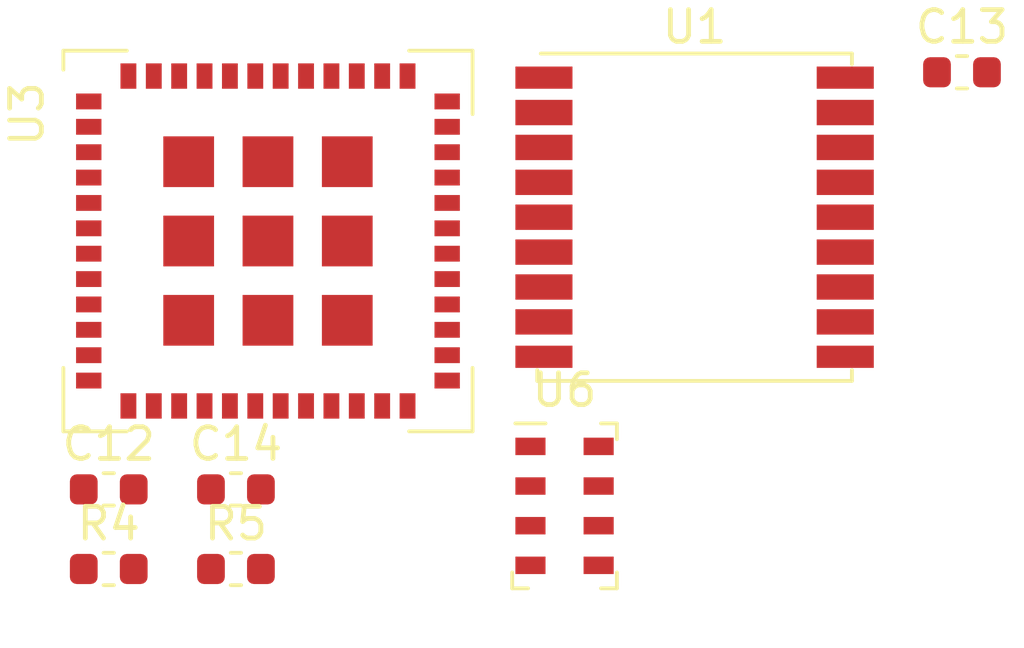
<source format=kicad_pcb>
(kicad_pcb (version 20171130) (host pcbnew "(5.1.2)-1")

  (general
    (thickness 1.6)
    (drawings 0)
    (tracks 0)
    (zones 0)
    (modules 8)
    (nets 53)
  )

  (page A3)
  (title_block
    (title "PCB for Lora Pico Tracker")
    (date 2019-10-21)
    (company "Imperial College Space Society")
    (comment 1 "Richard Ibbotson, Medad Newman")
  )

  (layers
    (0 F.Cu signal)
    (31 B.Cu signal)
    (32 B.Adhes user)
    (33 F.Adhes user)
    (34 B.Paste user)
    (35 F.Paste user)
    (36 B.SilkS user)
    (37 F.SilkS user)
    (38 B.Mask user)
    (39 F.Mask user)
    (40 Dwgs.User user)
    (41 Cmts.User user)
    (42 Eco1.User user)
    (43 Eco2.User user)
    (44 Edge.Cuts user)
    (45 Margin user)
    (46 B.CrtYd user)
    (47 F.CrtYd user)
    (48 B.Fab user)
    (49 F.Fab user)
  )

  (setup
    (last_trace_width 0.25)
    (user_trace_width 0.2)
    (user_trace_width 0.25)
    (user_trace_width 0.2933)
    (user_trace_width 0.4)
    (user_trace_width 2)
    (user_trace_width 2.54)
    (user_trace_width 5)
    (trace_clearance 0.2)
    (zone_clearance 0.508)
    (zone_45_only yes)
    (trace_min 0.2)
    (via_size 0.8)
    (via_drill 0.4)
    (via_min_size 0.4)
    (via_min_drill 0.3)
    (uvia_size 0.3)
    (uvia_drill 0.1)
    (uvias_allowed no)
    (uvia_min_size 0.2)
    (uvia_min_drill 0.1)
    (edge_width 0.05)
    (segment_width 0.2)
    (pcb_text_width 0.3)
    (pcb_text_size 1.5 1.5)
    (mod_edge_width 0.12)
    (mod_text_size 1 1)
    (mod_text_width 0.15)
    (pad_size 0.55 0.35)
    (pad_drill 0)
    (pad_to_mask_clearance 0.051)
    (solder_mask_min_width 0.25)
    (aux_axis_origin 0 0)
    (visible_elements 7FFFFFFF)
    (pcbplotparams
      (layerselection 0x3ffff_ffffffff)
      (usegerberextensions false)
      (usegerberattributes false)
      (usegerberadvancedattributes false)
      (creategerberjobfile false)
      (excludeedgelayer true)
      (linewidth 0.100000)
      (plotframeref false)
      (viasonmask false)
      (mode 1)
      (useauxorigin false)
      (hpglpennumber 1)
      (hpglpenspeed 20)
      (hpglpendiameter 15.000000)
      (psnegative false)
      (psa4output false)
      (plotreference true)
      (plotvalue true)
      (plotinvisibletext false)
      (padsonsilk false)
      (subtractmaskfromsilk false)
      (outputformat 1)
      (mirror false)
      (drillshape 0)
      (scaleselection 1)
      (outputdirectory "D:/Long term storage and temp/dead weight program downloads/Flight computer V1.1 gerbers/"))
  )

  (net 0 "")
  (net 1 GND)
  (net 2 +3V3)
  (net 3 "Net-(C9-Pad1)")
  (net 4 "Net-(U3-Pad20)")
  (net 5 "Net-(U3-Pad19)")
  (net 6 "Net-(U3-Pad16)")
  (net 7 "Net-(U1-Pad13)")
  (net 8 /I2C1_SDA)
  (net 9 /I2C1_SCL)
  (net 10 "Net-(U1-Pad2)")
  (net 11 "Net-(U1-Pad3)")
  (net 12 "Net-(U1-Pad4)")
  (net 13 "Net-(U1-Pad5)")
  (net 14 "Net-(U1-Pad9)")
  (net 15 "Net-(AE2-Pad1)")
  (net 16 "Net-(U1-Pad14)")
  (net 17 "Net-(U1-Pad15)")
  (net 18 "Net-(U1-Pad18)")
  (net 19 "Net-(U3-Pad38)")
  (net 20 "Net-(U3-Pad24)")
  (net 21 "Net-(U3-Pad23)")
  (net 22 "Net-(U3-Pad22)")
  (net 23 "Net-(U3-Pad21)")
  (net 24 "Net-(U3-Pad18)")
  (net 25 "Net-(U3-Pad17)")
  (net 26 "Net-(U3-Pad15)")
  (net 27 "Net-(U3-Pad14)")
  (net 28 "Net-(U3-Pad13)")
  (net 29 "Net-(U3-Pad12)")
  (net 30 /SWDIO)
  (net 31 "Net-(U3-Pad40)")
  (net 32 "Net-(U3-Pad39)")
  (net 33 "Net-(U3-Pad37)")
  (net 34 /RESET)
  (net 35 "Net-(U3-Pad33)")
  (net 36 "Net-(U3-Pad32)")
  (net 37 "Net-(U3-Pad31)")
  (net 38 "Net-(U3-Pad30)")
  (net 39 "Net-(U3-Pad29)")
  (net 40 "Net-(U3-Pad28)")
  (net 41 "Net-(U3-Pad11)")
  (net 42 "Net-(U3-Pad10)")
  (net 43 "Net-(U3-Pad9)")
  (net 44 "Net-(U3-Pad8)")
  (net 45 "Net-(U3-Pad2)")
  (net 46 /VDD_TCXO)
  (net 47 /SWCLK)
  (net 48 "Net-(R3-Pad1)")
  (net 49 "Net-(U3-Pad45)")
  (net 50 "Net-(U3-Pad46)")
  (net 51 "Net-(U3-Pad47)")
  (net 52 "Net-(U6-Pad6)")

  (net_class Default "This is the default net class."
    (clearance 0.2)
    (trace_width 0.25)
    (via_dia 0.8)
    (via_drill 0.4)
    (uvia_dia 0.3)
    (uvia_drill 0.1)
    (add_net +3V3)
    (add_net /I2C1_SCL)
    (add_net /I2C1_SDA)
    (add_net /RESET)
    (add_net /SWCLK)
    (add_net /SWDIO)
    (add_net /VDD_TCXO)
    (add_net GND)
    (add_net "Net-(AE2-Pad1)")
    (add_net "Net-(C9-Pad1)")
    (add_net "Net-(R3-Pad1)")
    (add_net "Net-(U1-Pad13)")
    (add_net "Net-(U1-Pad14)")
    (add_net "Net-(U1-Pad15)")
    (add_net "Net-(U1-Pad18)")
    (add_net "Net-(U1-Pad2)")
    (add_net "Net-(U1-Pad3)")
    (add_net "Net-(U1-Pad4)")
    (add_net "Net-(U1-Pad5)")
    (add_net "Net-(U1-Pad9)")
    (add_net "Net-(U3-Pad10)")
    (add_net "Net-(U3-Pad11)")
    (add_net "Net-(U3-Pad12)")
    (add_net "Net-(U3-Pad13)")
    (add_net "Net-(U3-Pad14)")
    (add_net "Net-(U3-Pad15)")
    (add_net "Net-(U3-Pad16)")
    (add_net "Net-(U3-Pad17)")
    (add_net "Net-(U3-Pad18)")
    (add_net "Net-(U3-Pad19)")
    (add_net "Net-(U3-Pad2)")
    (add_net "Net-(U3-Pad20)")
    (add_net "Net-(U3-Pad21)")
    (add_net "Net-(U3-Pad22)")
    (add_net "Net-(U3-Pad23)")
    (add_net "Net-(U3-Pad24)")
    (add_net "Net-(U3-Pad28)")
    (add_net "Net-(U3-Pad29)")
    (add_net "Net-(U3-Pad30)")
    (add_net "Net-(U3-Pad31)")
    (add_net "Net-(U3-Pad32)")
    (add_net "Net-(U3-Pad33)")
    (add_net "Net-(U3-Pad37)")
    (add_net "Net-(U3-Pad38)")
    (add_net "Net-(U3-Pad39)")
    (add_net "Net-(U3-Pad40)")
    (add_net "Net-(U3-Pad45)")
    (add_net "Net-(U3-Pad46)")
    (add_net "Net-(U3-Pad47)")
    (add_net "Net-(U3-Pad8)")
    (add_net "Net-(U3-Pad9)")
    (add_net "Net-(U6-Pad6)")
  )

  (net_class FETs ""
    (clearance 0.2)
    (trace_width 2)
    (via_dia 0.8)
    (via_drill 0.4)
    (uvia_dia 0.3)
    (uvia_drill 0.1)
  )

  (net_class Power ""
    (clearance 0.2)
    (trace_width 2)
    (via_dia 0.8)
    (via_drill 0.4)
    (uvia_dia 0.3)
    (uvia_drill 0.1)
  )

  (net_class sense ""
    (clearance 0.2)
    (trace_width 0.25)
    (via_dia 0.8)
    (via_drill 0.4)
    (uvia_dia 0.3)
    (uvia_drill 0.1)
  )

  (module Capacitor_SMD:C_0603_1608Metric (layer F.Cu) (tedit 5B301BBE) (tstamp 5DAD1ED6)
    (at 162.541001 135.825001)
    (descr "Capacitor SMD 0603 (1608 Metric), square (rectangular) end terminal, IPC_7351 nominal, (Body size source: http://www.tortai-tech.com/upload/download/2011102023233369053.pdf), generated with kicad-footprint-generator")
    (tags capacitor)
    (path /5DC841CA)
    (attr smd)
    (fp_text reference C12 (at 0 -1.43) (layer F.SilkS)
      (effects (font (size 1 1) (thickness 0.15)))
    )
    (fp_text value 100nF (at 0 1.43) (layer F.Fab)
      (effects (font (size 1 1) (thickness 0.15)))
    )
    (fp_text user %R (at 0 0) (layer F.Fab)
      (effects (font (size 0.4 0.4) (thickness 0.06)))
    )
    (fp_line (start 1.48 0.73) (end -1.48 0.73) (layer F.CrtYd) (width 0.05))
    (fp_line (start 1.48 -0.73) (end 1.48 0.73) (layer F.CrtYd) (width 0.05))
    (fp_line (start -1.48 -0.73) (end 1.48 -0.73) (layer F.CrtYd) (width 0.05))
    (fp_line (start -1.48 0.73) (end -1.48 -0.73) (layer F.CrtYd) (width 0.05))
    (fp_line (start -0.162779 0.51) (end 0.162779 0.51) (layer F.SilkS) (width 0.12))
    (fp_line (start -0.162779 -0.51) (end 0.162779 -0.51) (layer F.SilkS) (width 0.12))
    (fp_line (start 0.8 0.4) (end -0.8 0.4) (layer F.Fab) (width 0.1))
    (fp_line (start 0.8 -0.4) (end 0.8 0.4) (layer F.Fab) (width 0.1))
    (fp_line (start -0.8 -0.4) (end 0.8 -0.4) (layer F.Fab) (width 0.1))
    (fp_line (start -0.8 0.4) (end -0.8 -0.4) (layer F.Fab) (width 0.1))
    (pad 2 smd roundrect (at 0.7875 0) (size 0.875 0.95) (layers F.Cu F.Paste F.Mask) (roundrect_rratio 0.25)
      (net 1 GND))
    (pad 1 smd roundrect (at -0.7875 0) (size 0.875 0.95) (layers F.Cu F.Paste F.Mask) (roundrect_rratio 0.25)
      (net 2 +3V3))
    (model ${KISYS3DMOD}/Capacitor_SMD.3dshapes/C_0603_1608Metric.wrl
      (at (xyz 0 0 0))
      (scale (xyz 1 1 1))
      (rotate (xyz 0 0 0))
    )
  )

  (module Capacitor_SMD:C_0603_1608Metric (layer F.Cu) (tedit 5B301BBE) (tstamp 5DAD1EE7)
    (at 189.441001 122.675001)
    (descr "Capacitor SMD 0603 (1608 Metric), square (rectangular) end terminal, IPC_7351 nominal, (Body size source: http://www.tortai-tech.com/upload/download/2011102023233369053.pdf), generated with kicad-footprint-generator")
    (tags capacitor)
    (path /5DC841D3)
    (attr smd)
    (fp_text reference C13 (at 0 -1.43) (layer F.SilkS)
      (effects (font (size 1 1) (thickness 0.15)))
    )
    (fp_text value 10uF (at 0 1.43) (layer F.Fab)
      (effects (font (size 1 1) (thickness 0.15)))
    )
    (fp_line (start -0.8 0.4) (end -0.8 -0.4) (layer F.Fab) (width 0.1))
    (fp_line (start -0.8 -0.4) (end 0.8 -0.4) (layer F.Fab) (width 0.1))
    (fp_line (start 0.8 -0.4) (end 0.8 0.4) (layer F.Fab) (width 0.1))
    (fp_line (start 0.8 0.4) (end -0.8 0.4) (layer F.Fab) (width 0.1))
    (fp_line (start -0.162779 -0.51) (end 0.162779 -0.51) (layer F.SilkS) (width 0.12))
    (fp_line (start -0.162779 0.51) (end 0.162779 0.51) (layer F.SilkS) (width 0.12))
    (fp_line (start -1.48 0.73) (end -1.48 -0.73) (layer F.CrtYd) (width 0.05))
    (fp_line (start -1.48 -0.73) (end 1.48 -0.73) (layer F.CrtYd) (width 0.05))
    (fp_line (start 1.48 -0.73) (end 1.48 0.73) (layer F.CrtYd) (width 0.05))
    (fp_line (start 1.48 0.73) (end -1.48 0.73) (layer F.CrtYd) (width 0.05))
    (fp_text user %R (at 0 0) (layer F.Fab)
      (effects (font (size 0.4 0.4) (thickness 0.06)))
    )
    (pad 1 smd roundrect (at -0.7875 0) (size 0.875 0.95) (layers F.Cu F.Paste F.Mask) (roundrect_rratio 0.25)
      (net 2 +3V3))
    (pad 2 smd roundrect (at 0.7875 0) (size 0.875 0.95) (layers F.Cu F.Paste F.Mask) (roundrect_rratio 0.25)
      (net 1 GND))
    (model ${KISYS3DMOD}/Capacitor_SMD.3dshapes/C_0603_1608Metric.wrl
      (at (xyz 0 0 0))
      (scale (xyz 1 1 1))
      (rotate (xyz 0 0 0))
    )
  )

  (module Capacitor_SMD:C_0603_1608Metric (layer F.Cu) (tedit 5B301BBE) (tstamp 5DAD1EF8)
    (at 166.551001 135.825001)
    (descr "Capacitor SMD 0603 (1608 Metric), square (rectangular) end terminal, IPC_7351 nominal, (Body size source: http://www.tortai-tech.com/upload/download/2011102023233369053.pdf), generated with kicad-footprint-generator")
    (tags capacitor)
    (path /5DC84133)
    (attr smd)
    (fp_text reference C14 (at 0 -1.43) (layer F.SilkS)
      (effects (font (size 1 1) (thickness 0.15)))
    )
    (fp_text value 220nF (at 0 1.43) (layer F.Fab)
      (effects (font (size 1 1) (thickness 0.15)))
    )
    (fp_line (start -0.8 0.4) (end -0.8 -0.4) (layer F.Fab) (width 0.1))
    (fp_line (start -0.8 -0.4) (end 0.8 -0.4) (layer F.Fab) (width 0.1))
    (fp_line (start 0.8 -0.4) (end 0.8 0.4) (layer F.Fab) (width 0.1))
    (fp_line (start 0.8 0.4) (end -0.8 0.4) (layer F.Fab) (width 0.1))
    (fp_line (start -0.162779 -0.51) (end 0.162779 -0.51) (layer F.SilkS) (width 0.12))
    (fp_line (start -0.162779 0.51) (end 0.162779 0.51) (layer F.SilkS) (width 0.12))
    (fp_line (start -1.48 0.73) (end -1.48 -0.73) (layer F.CrtYd) (width 0.05))
    (fp_line (start -1.48 -0.73) (end 1.48 -0.73) (layer F.CrtYd) (width 0.05))
    (fp_line (start 1.48 -0.73) (end 1.48 0.73) (layer F.CrtYd) (width 0.05))
    (fp_line (start 1.48 0.73) (end -1.48 0.73) (layer F.CrtYd) (width 0.05))
    (fp_text user %R (at 0 0) (layer F.Fab)
      (effects (font (size 0.4 0.4) (thickness 0.06)))
    )
    (pad 1 smd roundrect (at -0.7875 0) (size 0.875 0.95) (layers F.Cu F.Paste F.Mask) (roundrect_rratio 0.25)
      (net 2 +3V3))
    (pad 2 smd roundrect (at 0.7875 0) (size 0.875 0.95) (layers F.Cu F.Paste F.Mask) (roundrect_rratio 0.25)
      (net 1 GND))
    (model ${KISYS3DMOD}/Capacitor_SMD.3dshapes/C_0603_1608Metric.wrl
      (at (xyz 0 0 0))
      (scale (xyz 1 1 1))
      (rotate (xyz 0 0 0))
    )
  )

  (module Resistor_SMD:R_0603_1608Metric (layer F.Cu) (tedit 5B301BBD) (tstamp 5DAD1F09)
    (at 162.541001 138.335001)
    (descr "Resistor SMD 0603 (1608 Metric), square (rectangular) end terminal, IPC_7351 nominal, (Body size source: http://www.tortai-tech.com/upload/download/2011102023233369053.pdf), generated with kicad-footprint-generator")
    (tags resistor)
    (path /5DC84150)
    (attr smd)
    (fp_text reference R4 (at 0 -1.43) (layer F.SilkS)
      (effects (font (size 1 1) (thickness 0.15)))
    )
    (fp_text value 4.7K (at 0 1.43) (layer F.Fab)
      (effects (font (size 1 1) (thickness 0.15)))
    )
    (fp_line (start -0.8 0.4) (end -0.8 -0.4) (layer F.Fab) (width 0.1))
    (fp_line (start -0.8 -0.4) (end 0.8 -0.4) (layer F.Fab) (width 0.1))
    (fp_line (start 0.8 -0.4) (end 0.8 0.4) (layer F.Fab) (width 0.1))
    (fp_line (start 0.8 0.4) (end -0.8 0.4) (layer F.Fab) (width 0.1))
    (fp_line (start -0.162779 -0.51) (end 0.162779 -0.51) (layer F.SilkS) (width 0.12))
    (fp_line (start -0.162779 0.51) (end 0.162779 0.51) (layer F.SilkS) (width 0.12))
    (fp_line (start -1.48 0.73) (end -1.48 -0.73) (layer F.CrtYd) (width 0.05))
    (fp_line (start -1.48 -0.73) (end 1.48 -0.73) (layer F.CrtYd) (width 0.05))
    (fp_line (start 1.48 -0.73) (end 1.48 0.73) (layer F.CrtYd) (width 0.05))
    (fp_line (start 1.48 0.73) (end -1.48 0.73) (layer F.CrtYd) (width 0.05))
    (fp_text user %R (at 0 0) (layer F.Fab)
      (effects (font (size 0.4 0.4) (thickness 0.06)))
    )
    (pad 1 smd roundrect (at -0.7875 0) (size 0.875 0.95) (layers F.Cu F.Paste F.Mask) (roundrect_rratio 0.25)
      (net 2 +3V3))
    (pad 2 smd roundrect (at 0.7875 0) (size 0.875 0.95) (layers F.Cu F.Paste F.Mask) (roundrect_rratio 0.25)
      (net 8 /I2C1_SDA))
    (model ${KISYS3DMOD}/Resistor_SMD.3dshapes/R_0603_1608Metric.wrl
      (at (xyz 0 0 0))
      (scale (xyz 1 1 1))
      (rotate (xyz 0 0 0))
    )
  )

  (module Resistor_SMD:R_0603_1608Metric (layer F.Cu) (tedit 5B301BBD) (tstamp 5DAD1F1A)
    (at 166.551001 138.335001)
    (descr "Resistor SMD 0603 (1608 Metric), square (rectangular) end terminal, IPC_7351 nominal, (Body size source: http://www.tortai-tech.com/upload/download/2011102023233369053.pdf), generated with kicad-footprint-generator")
    (tags resistor)
    (path /5DC8415A)
    (attr smd)
    (fp_text reference R5 (at 0 -1.43) (layer F.SilkS)
      (effects (font (size 1 1) (thickness 0.15)))
    )
    (fp_text value 4.7K (at 0 1.43) (layer F.Fab)
      (effects (font (size 1 1) (thickness 0.15)))
    )
    (fp_text user %R (at 0 0) (layer F.Fab)
      (effects (font (size 0.4 0.4) (thickness 0.06)))
    )
    (fp_line (start 1.48 0.73) (end -1.48 0.73) (layer F.CrtYd) (width 0.05))
    (fp_line (start 1.48 -0.73) (end 1.48 0.73) (layer F.CrtYd) (width 0.05))
    (fp_line (start -1.48 -0.73) (end 1.48 -0.73) (layer F.CrtYd) (width 0.05))
    (fp_line (start -1.48 0.73) (end -1.48 -0.73) (layer F.CrtYd) (width 0.05))
    (fp_line (start -0.162779 0.51) (end 0.162779 0.51) (layer F.SilkS) (width 0.12))
    (fp_line (start -0.162779 -0.51) (end 0.162779 -0.51) (layer F.SilkS) (width 0.12))
    (fp_line (start 0.8 0.4) (end -0.8 0.4) (layer F.Fab) (width 0.1))
    (fp_line (start 0.8 -0.4) (end 0.8 0.4) (layer F.Fab) (width 0.1))
    (fp_line (start -0.8 -0.4) (end 0.8 -0.4) (layer F.Fab) (width 0.1))
    (fp_line (start -0.8 0.4) (end -0.8 -0.4) (layer F.Fab) (width 0.1))
    (pad 2 smd roundrect (at 0.7875 0) (size 0.875 0.95) (layers F.Cu F.Paste F.Mask) (roundrect_rratio 0.25)
      (net 9 /I2C1_SCL))
    (pad 1 smd roundrect (at -0.7875 0) (size 0.875 0.95) (layers F.Cu F.Paste F.Mask) (roundrect_rratio 0.25)
      (net 2 +3V3))
    (model ${KISYS3DMOD}/Resistor_SMD.3dshapes/R_0603_1608Metric.wrl
      (at (xyz 0 0 0))
      (scale (xyz 1 1 1))
      (rotate (xyz 0 0 0))
    )
  )

  (module RF_GPS:ublox_MAX (layer F.Cu) (tedit 5C292BD2) (tstamp 5DAD1F40)
    (at 181.011001 127.245001)
    (descr "ublox MAX 6/7/8, (https://www.u-blox.com/sites/default/files/MAX-8-M8-FW3_HardwareIntegrationManual_%28UBX-15030059%29.pdf)")
    (tags "GPS ublox MAX 6/7/8")
    (path /5DDCC018)
    (attr smd)
    (fp_text reference U1 (at 0 -6) (layer F.SilkS)
      (effects (font (size 1 1) (thickness 0.15)))
    )
    (fp_text value MAX-M8C (at 0 1.5) (layer F.Fab)
      (effects (font (size 1 1) (thickness 0.15)))
    )
    (fp_text user %R (at 0 0) (layer F.Fab)
      (effects (font (size 1 1) (thickness 0.15)))
    )
    (fp_line (start -4.85 -5.05) (end -4.85 5.05) (layer F.Fab) (width 0.1))
    (fp_line (start 4.85 -5.05) (end 4.85 5.05) (layer F.Fab) (width 0.1))
    (fp_line (start -4.85 -5.05) (end 4.85 -5.05) (layer F.Fab) (width 0.1))
    (fp_line (start -4.85 5.05) (end 4.85 5.05) (layer F.Fab) (width 0.1))
    (fp_line (start -4.85 -5.16) (end 4.96 -5.16) (layer F.SilkS) (width 0.12))
    (fp_line (start -4.96 5.16) (end 4.96 5.16) (layer F.SilkS) (width 0.12))
    (fp_line (start 4.96 4.82) (end 4.96 5.16) (layer F.SilkS) (width 0.12))
    (fp_line (start -4.96 4.82) (end -4.96 5.16) (layer F.SilkS) (width 0.12))
    (fp_line (start 4.96 -5.16) (end 4.96 -4.82) (layer F.SilkS) (width 0.12))
    (fp_line (start -5.9 -5.3) (end -5.9 5.3) (layer F.CrtYd) (width 0.05))
    (fp_line (start -5.9 5.3) (end 5.9 5.3) (layer F.CrtYd) (width 0.05))
    (fp_line (start 5.9 -5.3) (end 5.9 5.3) (layer F.CrtYd) (width 0.05))
    (fp_line (start -5.9 -5.3) (end 5.9 -5.3) (layer F.CrtYd) (width 0.05))
    (fp_line (start -3.85 -4.4) (end -4.85 -4.05) (layer F.Fab) (width 0.1))
    (fp_line (start -4.85 -4.75) (end -3.85 -4.4) (layer F.Fab) (width 0.1))
    (pad 1 smd rect (at -4.75 -4.4) (size 1.8 0.7) (layers F.Cu F.Paste F.Mask)
      (net 1 GND))
    (pad 2 smd rect (at -4.75 -3.3) (size 1.8 0.8) (layers F.Cu F.Paste F.Mask)
      (net 10 "Net-(U1-Pad2)"))
    (pad 3 smd rect (at -4.75 -2.2) (size 1.8 0.8) (layers F.Cu F.Paste F.Mask)
      (net 11 "Net-(U1-Pad3)"))
    (pad 4 smd rect (at -4.75 -1.1) (size 1.8 0.8) (layers F.Cu F.Paste F.Mask)
      (net 12 "Net-(U1-Pad4)"))
    (pad 5 smd rect (at -4.75 0) (size 1.8 0.8) (layers F.Cu F.Paste F.Mask)
      (net 13 "Net-(U1-Pad5)"))
    (pad 6 smd rect (at -4.75 1.1) (size 1.8 0.8) (layers F.Cu F.Paste F.Mask)
      (net 2 +3V3))
    (pad 7 smd rect (at -4.75 2.2) (size 1.8 0.8) (layers F.Cu F.Paste F.Mask)
      (net 2 +3V3))
    (pad 8 smd rect (at -4.75 3.3) (size 1.8 0.8) (layers F.Cu F.Paste F.Mask)
      (net 2 +3V3))
    (pad 9 smd rect (at -4.75 4.4) (size 1.8 0.7) (layers F.Cu F.Paste F.Mask)
      (net 14 "Net-(U1-Pad9)"))
    (pad 10 smd rect (at 4.75 4.4) (size 1.8 0.7) (layers F.Cu F.Paste F.Mask)
      (net 1 GND))
    (pad 11 smd rect (at 4.75 3.3) (size 1.8 0.8) (layers F.Cu F.Paste F.Mask)
      (net 15 "Net-(AE2-Pad1)"))
    (pad 12 smd rect (at 4.75 2.2) (size 1.8 0.8) (layers F.Cu F.Paste F.Mask)
      (net 1 GND))
    (pad 13 smd rect (at 4.75 1.1) (size 1.8 0.8) (layers F.Cu F.Paste F.Mask)
      (net 7 "Net-(U1-Pad13)"))
    (pad 14 smd rect (at 4.75 0) (size 1.8 0.8) (layers F.Cu F.Paste F.Mask)
      (net 16 "Net-(U1-Pad14)"))
    (pad 15 smd rect (at 4.75 -1.1) (size 1.8 0.8) (layers F.Cu F.Paste F.Mask)
      (net 17 "Net-(U1-Pad15)"))
    (pad 16 smd rect (at 4.75 -2.2) (size 1.8 0.8) (layers F.Cu F.Paste F.Mask)
      (net 8 /I2C1_SDA))
    (pad 17 smd rect (at 4.75 -3.3) (size 1.8 0.8) (layers F.Cu F.Paste F.Mask)
      (net 9 /I2C1_SCL))
    (pad 18 smd rect (at 4.75 -4.4) (size 1.8 0.7) (layers F.Cu F.Paste F.Mask)
      (net 18 "Net-(U1-Pad18)"))
    (model ${KISYS3DMOD}/RF_GPS.3dshapes/ublox_MAX.wrl
      (at (xyz 0 0 0))
      (scale (xyz 1 1 1))
      (rotate (xyz 0 0 0))
    )
  )

  (module RF_Module:CMWX1ZZABZ (layer F.Cu) (tedit 5C444AF1) (tstamp 5DAD1F8F)
    (at 167.561001 127.995001)
    (descr https://wireless.murata.com/RFM/data/type_abz.pdf)
    (tags "iot lora sigfox")
    (path /5DC84013)
    (attr smd)
    (fp_text reference U3 (at -7.6 -4 270) (layer F.SilkS)
      (effects (font (size 1 1) (thickness 0.15)))
    )
    (fp_text value CMWX1ZZABZ-078 (at 0 7.2) (layer F.Fab)
      (effects (font (size 1 1) (thickness 0.15)))
    )
    (fp_line (start -6.45 4) (end -6.45 6) (layer F.SilkS) (width 0.12))
    (fp_line (start -6.45 6) (end -4.45 6) (layer F.SilkS) (width 0.12))
    (fp_line (start 6.45 4) (end 6.45 6) (layer F.SilkS) (width 0.12))
    (fp_line (start 4.45 6) (end 6.45 6) (layer F.SilkS) (width 0.12))
    (fp_line (start -6.45 -6) (end -6.45 -5.4) (layer F.SilkS) (width 0.12))
    (fp_line (start -6.45 -6) (end -4.45 -6) (layer F.SilkS) (width 0.12))
    (fp_line (start 4.45 -6) (end 6.45 -6) (layer F.SilkS) (width 0.12))
    (fp_line (start 6.45 -6) (end 6.45 -4) (layer F.SilkS) (width 0.12))
    (fp_line (start -5.25 -5.8) (end 6.25 -5.8) (layer F.Fab) (width 0.1))
    (fp_line (start 6.25 -5.8) (end 6.25 5.8) (layer F.Fab) (width 0.1))
    (fp_line (start -6.25 5.8) (end 6.25 5.8) (layer F.Fab) (width 0.1))
    (fp_line (start -6.25 -4.8) (end -6.25 5.8) (layer F.Fab) (width 0.1))
    (fp_line (start -5.25 -5.8) (end -6.25 -4.8) (layer F.Fab) (width 0.1))
    (fp_line (start -6.5 6.05) (end 6.5 6.05) (layer F.CrtYd) (width 0.05))
    (fp_line (start -6.5 6.05) (end -6.5 -6.05) (layer F.CrtYd) (width 0.05))
    (fp_line (start -6.5 -6.05) (end 6.5 -6.05) (layer F.CrtYd) (width 0.05))
    (fp_line (start 6.5 -6.05) (end 6.5 6.05) (layer F.CrtYd) (width 0.05))
    (fp_text user %R (at 0 0) (layer F.Fab)
      (effects (font (size 1 1) (thickness 0.15)))
    )
    (pad 38 smd rect (at 3.6 -5.2 90) (size 0.8 0.5) (layers F.Cu F.Paste F.Mask)
      (net 19 "Net-(U3-Pad38)"))
    (pad 26 smd rect (at 5.65 3.6) (size 0.8 0.5) (layers F.Cu F.Paste F.Mask)
      (net 3 "Net-(C9-Pad1)"))
    (pad 25 smd rect (at 5.65 4.4) (size 0.8 0.5) (layers F.Cu F.Paste F.Mask)
      (net 1 GND))
    (pad 24 smd rect (at 4.4 5.2 270) (size 0.8 0.5) (layers F.Cu F.Paste F.Mask)
      (net 20 "Net-(U3-Pad24)"))
    (pad 23 smd rect (at 3.6 5.2 270) (size 0.8 0.5) (layers F.Cu F.Paste F.Mask)
      (net 21 "Net-(U3-Pad23)"))
    (pad 22 smd rect (at 2.8 5.2 270) (size 0.8 0.5) (layers F.Cu F.Paste F.Mask)
      (net 22 "Net-(U3-Pad22)"))
    (pad 21 smd rect (at 2 5.2 270) (size 0.8 0.5) (layers F.Cu F.Paste F.Mask)
      (net 23 "Net-(U3-Pad21)"))
    (pad 20 smd rect (at 1.2 5.2 270) (size 0.8 0.5) (layers F.Cu F.Paste F.Mask)
      (net 4 "Net-(U3-Pad20)"))
    (pad 19 smd rect (at 0.4 5.2 90) (size 0.8 0.5) (layers F.Cu F.Paste F.Mask)
      (net 5 "Net-(U3-Pad19)"))
    (pad 18 smd rect (at -0.4 5.2 90) (size 0.8 0.5) (layers F.Cu F.Paste F.Mask)
      (net 24 "Net-(U3-Pad18)"))
    (pad 17 smd rect (at -1.2 5.2 90) (size 0.8 0.5) (layers F.Cu F.Paste F.Mask)
      (net 25 "Net-(U3-Pad17)"))
    (pad 16 smd rect (at -2 5.2 90) (size 0.8 0.5) (layers F.Cu F.Paste F.Mask)
      (net 6 "Net-(U3-Pad16)"))
    (pad 15 smd rect (at -2.8 5.2 90) (size 0.8 0.5) (layers F.Cu F.Paste F.Mask)
      (net 26 "Net-(U3-Pad15)"))
    (pad 14 smd rect (at -3.6 5.2 90) (size 0.8 0.5) (layers F.Cu F.Paste F.Mask)
      (net 27 "Net-(U3-Pad14)"))
    (pad 13 smd rect (at -4.4 5.2 90) (size 0.8 0.5) (layers F.Cu F.Paste F.Mask)
      (net 28 "Net-(U3-Pad13)"))
    (pad 12 smd rect (at -5.65 4.4) (size 0.8 0.5) (layers F.Cu F.Paste F.Mask)
      (net 29 "Net-(U3-Pad12)"))
    (pad 41 smd rect (at 1.2 -5.2 90) (size 0.8 0.5) (layers F.Cu F.Paste F.Mask)
      (net 30 /SWDIO))
    (pad 40 smd rect (at 2 -5.2 90) (size 0.8 0.5) (layers F.Cu F.Paste F.Mask)
      (net 31 "Net-(U3-Pad40)"))
    (pad 39 smd rect (at 2.8 -5.2 90) (size 0.8 0.5) (layers F.Cu F.Paste F.Mask)
      (net 32 "Net-(U3-Pad39)"))
    (pad 37 smd rect (at 4.4 -5.2 90) (size 0.8 0.5) (layers F.Cu F.Paste F.Mask)
      (net 33 "Net-(U3-Pad37)"))
    (pad 36 smd rect (at 5.65 -4.4) (size 0.8 0.5) (layers F.Cu F.Paste F.Mask)
      (net 8 /I2C1_SDA))
    (pad 35 smd rect (at 5.65 -3.6) (size 0.8 0.5) (layers F.Cu F.Paste F.Mask)
      (net 9 /I2C1_SCL))
    (pad 34 smd rect (at 5.65 -2.8) (size 0.8 0.5) (layers F.Cu F.Paste F.Mask)
      (net 34 /RESET))
    (pad 33 smd rect (at 5.65 -2) (size 0.8 0.5) (layers F.Cu F.Paste F.Mask)
      (net 35 "Net-(U3-Pad33)"))
    (pad 32 smd rect (at 5.65 -1.2) (size 0.8 0.5) (layers F.Cu F.Paste F.Mask)
      (net 36 "Net-(U3-Pad32)"))
    (pad 31 smd rect (at 5.65 -0.4) (size 0.8 0.5) (layers F.Cu F.Paste F.Mask)
      (net 37 "Net-(U3-Pad31)"))
    (pad 30 smd rect (at 5.65 0.4) (size 0.8 0.5) (layers F.Cu F.Paste F.Mask)
      (net 38 "Net-(U3-Pad30)"))
    (pad 29 smd rect (at 5.65 1.2) (size 0.8 0.5) (layers F.Cu F.Paste F.Mask)
      (net 39 "Net-(U3-Pad29)"))
    (pad 28 smd rect (at 5.65 2) (size 0.8 0.5) (layers F.Cu F.Paste F.Mask)
      (net 40 "Net-(U3-Pad28)"))
    (pad 27 smd rect (at 5.65 2.8) (size 0.8 0.5) (layers F.Cu F.Paste F.Mask)
      (net 1 GND))
    (pad 11 smd rect (at -5.65 3.6) (size 0.8 0.5) (layers F.Cu F.Paste F.Mask)
      (net 41 "Net-(U3-Pad11)"))
    (pad 10 smd rect (at -5.65 2.8) (size 0.8 0.5) (layers F.Cu F.Paste F.Mask)
      (net 42 "Net-(U3-Pad10)"))
    (pad 9 smd rect (at -5.65 2) (size 0.8 0.5) (layers F.Cu F.Paste F.Mask)
      (net 43 "Net-(U3-Pad9)"))
    (pad 8 smd rect (at -5.65 1.2) (size 0.8 0.5) (layers F.Cu F.Paste F.Mask)
      (net 44 "Net-(U3-Pad8)"))
    (pad 7 smd rect (at -5.65 0.4) (size 0.8 0.5) (layers F.Cu F.Paste F.Mask)
      (net 1 GND))
    (pad 6 smd rect (at -5.65 -0.4) (size 0.8 0.5) (layers F.Cu F.Paste F.Mask)
      (net 2 +3V3))
    (pad 5 smd rect (at -5.65 -1.2) (size 0.8 0.5) (layers F.Cu F.Paste F.Mask)
      (net 2 +3V3))
    (pad 4 smd rect (at -5.65 -2) (size 0.8 0.5) (layers F.Cu F.Paste F.Mask)
      (net 2 +3V3))
    (pad 3 smd rect (at -5.65 -2.8) (size 0.8 0.5) (layers F.Cu F.Paste F.Mask)
      (net 1 GND))
    (pad 2 smd rect (at -5.65 -3.6) (size 0.8 0.5) (layers F.Cu F.Paste F.Mask)
      (net 45 "Net-(U3-Pad2)"))
    (pad 1 smd rect (at -5.65 -4.4) (size 0.8 0.5) (layers F.Cu F.Paste F.Mask)
      (net 46 /VDD_TCXO))
    (pad 42 smd rect (at 0.4 -5.2 90) (size 0.8 0.5) (layers F.Cu F.Paste F.Mask)
      (net 47 /SWCLK))
    (pad 43 smd rect (at -0.4 -5.2 90) (size 0.8 0.5) (layers F.Cu F.Paste F.Mask)
      (net 48 "Net-(R3-Pad1)"))
    (pad 44 smd rect (at -1.2 -5.2 90) (size 0.8 0.5) (layers F.Cu F.Paste F.Mask)
      (net 1 GND))
    (pad 45 smd rect (at -2 -5.2 90) (size 0.8 0.5) (layers F.Cu F.Paste F.Mask)
      (net 49 "Net-(U3-Pad45)"))
    (pad 46 smd rect (at -2.8 -5.2 90) (size 0.8 0.5) (layers F.Cu F.Paste F.Mask)
      (net 50 "Net-(U3-Pad46)"))
    (pad 47 smd rect (at -3.6 -5.2 90) (size 0.8 0.5) (layers F.Cu F.Paste F.Mask)
      (net 51 "Net-(U3-Pad47)"))
    (pad 48 smd rect (at -4.4 -5.2 90) (size 0.8 0.5) (layers F.Cu F.Paste F.Mask)
      (net 46 /VDD_TCXO))
    (pad 49 smd rect (at -2.5 -2.5 90) (size 1.6 1.6) (layers F.Cu F.Paste F.Mask)
      (net 1 GND))
    (pad 50 smd rect (at 0 -2.5 90) (size 1.6 1.6) (layers F.Cu F.Paste F.Mask)
      (net 1 GND))
    (pad 51 smd rect (at 2.5 -2.5 90) (size 1.6 1.6) (layers F.Cu F.Paste F.Mask)
      (net 1 GND))
    (pad 52 smd rect (at -2.5 0 90) (size 1.6 1.6) (layers F.Cu F.Paste F.Mask)
      (net 1 GND))
    (pad 53 smd rect (at 0 0 90) (size 1.6 1.6) (layers F.Cu F.Paste F.Mask)
      (net 1 GND))
    (pad 54 smd rect (at 2.5 0 90) (size 1.6 1.6) (layers F.Cu F.Paste F.Mask)
      (net 1 GND))
    (pad 55 smd rect (at -2.5 2.5 90) (size 1.6 1.6) (layers F.Cu F.Paste F.Mask)
      (net 1 GND))
    (pad 56 smd rect (at 0 2.5 90) (size 1.6 1.6) (layers F.Cu F.Paste F.Mask)
      (net 1 GND))
    (pad 57 smd rect (at 2.5 2.5 90) (size 1.6 1.6) (layers F.Cu F.Paste F.Mask)
      (net 1 GND))
    (model ${KISYS3DMOD}/RF_Module.3dshapes/CMWX1ZZABZ.wrl
      (at (xyz 0 0 0))
      (scale (xyz 1 1 1))
      (rotate (xyz 0 0 0))
    )
  )

  (module Package_LGA:LGA-8_3x5mm_P1.25mm (layer F.Cu) (tedit 5A02F217) (tstamp 5DAD1FAC)
    (at 176.911001 136.345001)
    (descr LGA-8)
    (tags "lga land grid array")
    (path /5DC8412A)
    (attr smd)
    (fp_text reference U6 (at 0 -3.65) (layer F.SilkS)
      (effects (font (size 1 1) (thickness 0.15)))
    )
    (fp_text value MS5607-02BA (at 0 3.65) (layer F.Fab)
      (effects (font (size 1 1) (thickness 0.15)))
    )
    (fp_text user %R (at 0 0) (layer F.Fab)
      (effects (font (size 0.5 0.5) (thickness 0.075)))
    )
    (fp_line (start 1.5 -2.5) (end 1.5 2.5) (layer F.Fab) (width 0.1))
    (fp_line (start 1.5 2.5) (end -1.5 2.5) (layer F.Fab) (width 0.1))
    (fp_line (start -1.5 2.5) (end -1.5 -1.75) (layer F.Fab) (width 0.1))
    (fp_line (start -1.5 -1.75) (end -0.75 -2.5) (layer F.Fab) (width 0.1))
    (fp_line (start -0.75 -2.5) (end 1.5 -2.5) (layer F.Fab) (width 0.1))
    (fp_line (start 1.15 -2.6) (end 1.65 -2.6) (layer F.SilkS) (width 0.12))
    (fp_line (start 1.65 -2.6) (end 1.65 -2.1) (layer F.SilkS) (width 0.12))
    (fp_line (start 1.65 2.1) (end 1.65 2.6) (layer F.SilkS) (width 0.12))
    (fp_line (start 1.65 2.6) (end 1.15 2.6) (layer F.SilkS) (width 0.12))
    (fp_line (start -1.15 2.6) (end -1.65 2.6) (layer F.SilkS) (width 0.12))
    (fp_line (start -1.65 2.6) (end -1.65 2.1) (layer F.SilkS) (width 0.12))
    (fp_line (start -1.55 -2.6) (end -0.6 -2.6) (layer F.SilkS) (width 0.12))
    (fp_line (start -1.8 -2.75) (end 1.8 -2.75) (layer F.CrtYd) (width 0.05))
    (fp_line (start -1.8 -2.75) (end -1.8 2.75) (layer F.CrtYd) (width 0.05))
    (fp_line (start 1.8 2.75) (end 1.8 -2.75) (layer F.CrtYd) (width 0.05))
    (fp_line (start 1.8 2.75) (end -1.8 2.75) (layer F.CrtYd) (width 0.05))
    (pad 4 smd rect (at -1.075 1.875) (size 0.95 0.55) (layers F.Cu F.Paste F.Mask)
      (net 1 GND))
    (pad 1 smd rect (at -1.075 -1.875) (size 0.95 0.55) (layers F.Cu F.Paste F.Mask)
      (net 2 +3V3))
    (pad 2 smd rect (at -1.075 -0.625) (size 0.95 0.55) (layers F.Cu F.Paste F.Mask)
      (net 2 +3V3))
    (pad 3 smd rect (at -1.075 0.625) (size 0.95 0.55) (layers F.Cu F.Paste F.Mask)
      (net 1 GND))
    (pad 8 smd rect (at 1.075 -1.875) (size 0.95 0.55) (layers F.Cu F.Paste F.Mask)
      (net 9 /I2C1_SCL))
    (pad 7 smd rect (at 1.075 -0.625) (size 0.95 0.55) (layers F.Cu F.Paste F.Mask)
      (net 8 /I2C1_SDA))
    (pad 6 smd rect (at 1.075 0.625) (size 0.95 0.55) (layers F.Cu F.Paste F.Mask)
      (net 52 "Net-(U6-Pad6)"))
    (pad 5 smd rect (at 1.075 1.875) (size 0.95 0.55) (layers F.Cu F.Paste F.Mask)
      (net 1 GND))
    (model ${KISYS3DMOD}/Package_LGA.3dshapes/LGA-8_3x5mm_P1.25mm.wrl
      (at (xyz 0 0 0))
      (scale (xyz 1 1 1))
      (rotate (xyz 0 0 0))
    )
  )

)

</source>
